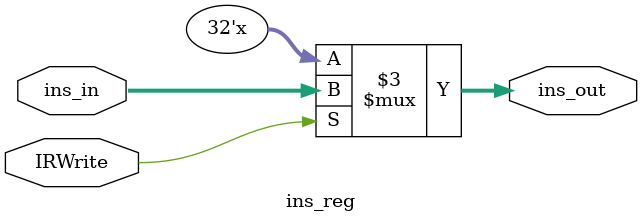
<source format=v>
`timescale 1ns / 1ps


module ins_reg(
input IRWrite,
input [31:0] ins_in,
output reg[31:0] ins_out
    );
always@(*)
begin
    if(IRWrite)
        ins_out <= ins_in;
    else
        ins_out <= ins_out;
end
endmodule

</source>
